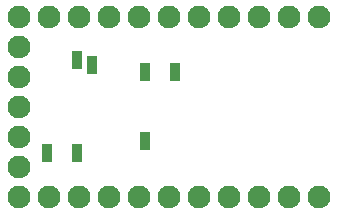
<source format=gbs>
G04 DipTrace 3.3.1.3*
G04 T41_castellated.gbs*
%MOIN*%
G04 #@! TF.FileFunction,Soldermask,Bot*
G04 #@! TF.Part,Single*
%ADD21R,0.037433X0.064992*%
%ADD23C,0.076*%
%ADD27R,0.037433X0.061055*%
%FSLAX26Y26*%
G04*
G70*
G90*
G75*
G01*
G04 BotMask*
%LPD*%
D27*
X966700Y862873D3*
X866700D3*
Y634527D3*
D23*
X448700Y548700D3*
Y648700D3*
Y748700D3*
Y848700D3*
Y948700D3*
D21*
X690700Y886495D3*
X640700Y902243D3*
X540700Y595157D3*
X640700D3*
D23*
X1448700Y448700D3*
X1348700D3*
X1248700D3*
X1148700D3*
X1048700D3*
X948700D3*
X848700D3*
X748700D3*
X648700D3*
X548700D3*
X448700D3*
X1448700Y1048700D3*
X1348700D3*
X1248700D3*
X1148700D3*
X1048700D3*
X948700D3*
X848700D3*
X748700D3*
X648700D3*
X548700D3*
X448700D3*
M02*

</source>
